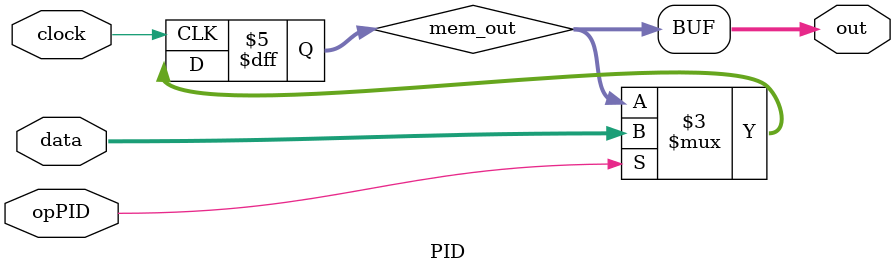
<source format=v>
module PID(data, out, opPID, clock);

	input [31:0] data;
	input opPID;
	input clock;
	output [31:0] out;
	reg [31:0] mem_out;
	//saida
	always@(posedge clock)
	begin
		if(opPID==1)
			mem_out <= data;
	end
	
	assign out = mem_out;//saida que será conectada ao conversor BCD
	
endmodule

</source>
